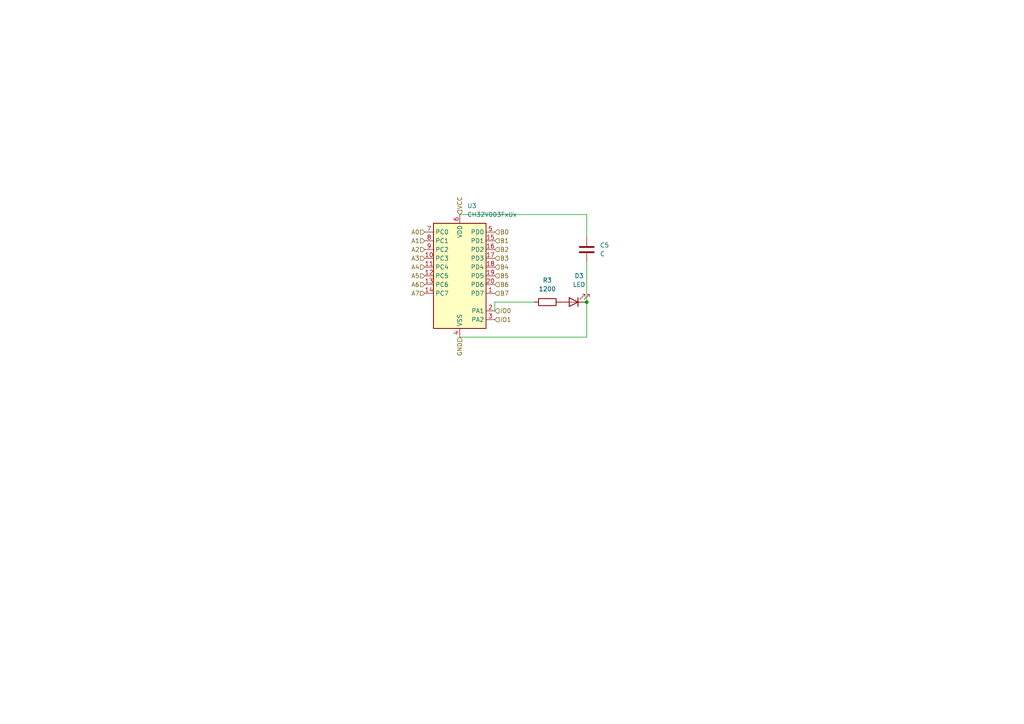
<source format=kicad_sch>
(kicad_sch
	(version 20250114)
	(generator "eeschema")
	(generator_version "9.0")
	(uuid "44c3ebf8-9d07-45f2-a85d-02ec180ec470")
	(paper "A4")
	(lib_symbols
		(symbol "Device:C"
			(pin_numbers
				(hide yes)
			)
			(pin_names
				(offset 0.254)
			)
			(exclude_from_sim no)
			(in_bom yes)
			(on_board yes)
			(property "Reference" "C"
				(at 0.635 2.54 0)
				(effects
					(font
						(size 1.27 1.27)
					)
					(justify left)
				)
			)
			(property "Value" "C"
				(at 0.635 -2.54 0)
				(effects
					(font
						(size 1.27 1.27)
					)
					(justify left)
				)
			)
			(property "Footprint" ""
				(at 0.9652 -3.81 0)
				(effects
					(font
						(size 1.27 1.27)
					)
					(hide yes)
				)
			)
			(property "Datasheet" "~"
				(at 0 0 0)
				(effects
					(font
						(size 1.27 1.27)
					)
					(hide yes)
				)
			)
			(property "Description" "Unpolarized capacitor"
				(at 0 0 0)
				(effects
					(font
						(size 1.27 1.27)
					)
					(hide yes)
				)
			)
			(property "ki_keywords" "cap capacitor"
				(at 0 0 0)
				(effects
					(font
						(size 1.27 1.27)
					)
					(hide yes)
				)
			)
			(property "ki_fp_filters" "C_*"
				(at 0 0 0)
				(effects
					(font
						(size 1.27 1.27)
					)
					(hide yes)
				)
			)
			(symbol "C_0_1"
				(polyline
					(pts
						(xy -2.032 0.762) (xy 2.032 0.762)
					)
					(stroke
						(width 0.508)
						(type default)
					)
					(fill
						(type none)
					)
				)
				(polyline
					(pts
						(xy -2.032 -0.762) (xy 2.032 -0.762)
					)
					(stroke
						(width 0.508)
						(type default)
					)
					(fill
						(type none)
					)
				)
			)
			(symbol "C_1_1"
				(pin passive line
					(at 0 3.81 270)
					(length 2.794)
					(name "~"
						(effects
							(font
								(size 1.27 1.27)
							)
						)
					)
					(number "1"
						(effects
							(font
								(size 1.27 1.27)
							)
						)
					)
				)
				(pin passive line
					(at 0 -3.81 90)
					(length 2.794)
					(name "~"
						(effects
							(font
								(size 1.27 1.27)
							)
						)
					)
					(number "2"
						(effects
							(font
								(size 1.27 1.27)
							)
						)
					)
				)
			)
			(embedded_fonts no)
		)
		(symbol "Device:LED"
			(pin_numbers
				(hide yes)
			)
			(pin_names
				(offset 1.016)
				(hide yes)
			)
			(exclude_from_sim no)
			(in_bom yes)
			(on_board yes)
			(property "Reference" "D"
				(at 0 2.54 0)
				(effects
					(font
						(size 1.27 1.27)
					)
				)
			)
			(property "Value" "LED"
				(at 0 -2.54 0)
				(effects
					(font
						(size 1.27 1.27)
					)
				)
			)
			(property "Footprint" ""
				(at 0 0 0)
				(effects
					(font
						(size 1.27 1.27)
					)
					(hide yes)
				)
			)
			(property "Datasheet" "~"
				(at 0 0 0)
				(effects
					(font
						(size 1.27 1.27)
					)
					(hide yes)
				)
			)
			(property "Description" "Light emitting diode"
				(at 0 0 0)
				(effects
					(font
						(size 1.27 1.27)
					)
					(hide yes)
				)
			)
			(property "Sim.Pins" "1=K 2=A"
				(at 0 0 0)
				(effects
					(font
						(size 1.27 1.27)
					)
					(hide yes)
				)
			)
			(property "ki_keywords" "LED diode"
				(at 0 0 0)
				(effects
					(font
						(size 1.27 1.27)
					)
					(hide yes)
				)
			)
			(property "ki_fp_filters" "LED* LED_SMD:* LED_THT:*"
				(at 0 0 0)
				(effects
					(font
						(size 1.27 1.27)
					)
					(hide yes)
				)
			)
			(symbol "LED_0_1"
				(polyline
					(pts
						(xy -3.048 -0.762) (xy -4.572 -2.286) (xy -3.81 -2.286) (xy -4.572 -2.286) (xy -4.572 -1.524)
					)
					(stroke
						(width 0)
						(type default)
					)
					(fill
						(type none)
					)
				)
				(polyline
					(pts
						(xy -1.778 -0.762) (xy -3.302 -2.286) (xy -2.54 -2.286) (xy -3.302 -2.286) (xy -3.302 -1.524)
					)
					(stroke
						(width 0)
						(type default)
					)
					(fill
						(type none)
					)
				)
				(polyline
					(pts
						(xy -1.27 0) (xy 1.27 0)
					)
					(stroke
						(width 0)
						(type default)
					)
					(fill
						(type none)
					)
				)
				(polyline
					(pts
						(xy -1.27 -1.27) (xy -1.27 1.27)
					)
					(stroke
						(width 0.254)
						(type default)
					)
					(fill
						(type none)
					)
				)
				(polyline
					(pts
						(xy 1.27 -1.27) (xy 1.27 1.27) (xy -1.27 0) (xy 1.27 -1.27)
					)
					(stroke
						(width 0.254)
						(type default)
					)
					(fill
						(type none)
					)
				)
			)
			(symbol "LED_1_1"
				(pin passive line
					(at -3.81 0 0)
					(length 2.54)
					(name "K"
						(effects
							(font
								(size 1.27 1.27)
							)
						)
					)
					(number "1"
						(effects
							(font
								(size 1.27 1.27)
							)
						)
					)
				)
				(pin passive line
					(at 3.81 0 180)
					(length 2.54)
					(name "A"
						(effects
							(font
								(size 1.27 1.27)
							)
						)
					)
					(number "2"
						(effects
							(font
								(size 1.27 1.27)
							)
						)
					)
				)
			)
			(embedded_fonts no)
		)
		(symbol "Device:R"
			(pin_numbers
				(hide yes)
			)
			(pin_names
				(offset 0)
			)
			(exclude_from_sim no)
			(in_bom yes)
			(on_board yes)
			(property "Reference" "R"
				(at 2.032 0 90)
				(effects
					(font
						(size 1.27 1.27)
					)
				)
			)
			(property "Value" "R"
				(at 0 0 90)
				(effects
					(font
						(size 1.27 1.27)
					)
				)
			)
			(property "Footprint" ""
				(at -1.778 0 90)
				(effects
					(font
						(size 1.27 1.27)
					)
					(hide yes)
				)
			)
			(property "Datasheet" "~"
				(at 0 0 0)
				(effects
					(font
						(size 1.27 1.27)
					)
					(hide yes)
				)
			)
			(property "Description" "Resistor"
				(at 0 0 0)
				(effects
					(font
						(size 1.27 1.27)
					)
					(hide yes)
				)
			)
			(property "ki_keywords" "R res resistor"
				(at 0 0 0)
				(effects
					(font
						(size 1.27 1.27)
					)
					(hide yes)
				)
			)
			(property "ki_fp_filters" "R_*"
				(at 0 0 0)
				(effects
					(font
						(size 1.27 1.27)
					)
					(hide yes)
				)
			)
			(symbol "R_0_1"
				(rectangle
					(start -1.016 -2.54)
					(end 1.016 2.54)
					(stroke
						(width 0.254)
						(type default)
					)
					(fill
						(type none)
					)
				)
			)
			(symbol "R_1_1"
				(pin passive line
					(at 0 3.81 270)
					(length 1.27)
					(name "~"
						(effects
							(font
								(size 1.27 1.27)
							)
						)
					)
					(number "1"
						(effects
							(font
								(size 1.27 1.27)
							)
						)
					)
				)
				(pin passive line
					(at 0 -3.81 90)
					(length 1.27)
					(name "~"
						(effects
							(font
								(size 1.27 1.27)
							)
						)
					)
					(number "2"
						(effects
							(font
								(size 1.27 1.27)
							)
						)
					)
				)
			)
			(embedded_fonts no)
		)
		(symbol "MCU_WCH_CH32V0:CH32V003FxUx"
			(exclude_from_sim no)
			(in_bom yes)
			(on_board yes)
			(property "Reference" "U"
				(at -7.62 17.78 0)
				(effects
					(font
						(size 1.27 1.27)
					)
				)
			)
			(property "Value" "CH32V003FxUx"
				(at 7.62 17.78 0)
				(effects
					(font
						(size 1.27 1.27)
					)
				)
			)
			(property "Footprint" "Package_DFN_QFN:QFN-20-1EP_3x3mm_P0.4mm_EP1.65x1.65mm"
				(at -1.27 0 0)
				(effects
					(font
						(size 1.27 1.27)
					)
					(hide yes)
				)
			)
			(property "Datasheet" "https://www.wch-ic.com/products/CH32V003.html"
				(at -1.27 0 0)
				(effects
					(font
						(size 1.27 1.27)
					)
					(hide yes)
				)
			)
			(property "Description" "CH32V003 series are industrial-grade general-purpose microcontrollers designed based on 32-bit RISC-V instruction set and architecture. It adopts QingKe V2A core, RV32EC instruction set, and supports 2 levels of interrupt nesting. The series are mounted with rich peripheral interfaces and function modules. Its internal organizational structure meets the low-cost and low-power embedded application scenarios."
				(at 0 0 0)
				(effects
					(font
						(size 1.27 1.27)
					)
					(hide yes)
				)
			)
			(property "ki_keywords" "microcontroller wch RISC-V"
				(at 0 0 0)
				(effects
					(font
						(size 1.27 1.27)
					)
					(hide yes)
				)
			)
			(property "ki_fp_filters" "QFN*1EP*3x3mm*P0.4mm*EP1.65x1.65mm*"
				(at 0 0 0)
				(effects
					(font
						(size 1.27 1.27)
					)
					(hide yes)
				)
			)
			(symbol "CH32V003FxUx_1_1"
				(rectangle
					(start -7.62 15.24)
					(end 7.62 -15.24)
					(stroke
						(width 0.254)
						(type default)
					)
					(fill
						(type background)
					)
				)
				(pin bidirectional line
					(at -10.16 12.7 0)
					(length 2.54)
					(name "PC0"
						(effects
							(font
								(size 1.27 1.27)
							)
						)
					)
					(number "7"
						(effects
							(font
								(size 1.27 1.27)
							)
						)
					)
					(alternate "NSS_1" bidirectional line)
					(alternate "T1CH3_1" bidirectional line)
					(alternate "T2CH3" bidirectional line)
					(alternate "T2CH3_2" bidirectional line)
					(alternate "UTX_3" bidirectional line)
				)
				(pin bidirectional line
					(at -10.16 10.16 0)
					(length 2.54)
					(name "PC1"
						(effects
							(font
								(size 1.27 1.27)
							)
						)
					)
					(number "8"
						(effects
							(font
								(size 1.27 1.27)
							)
						)
					)
					(alternate "NSS" bidirectional line)
					(alternate "SDA" bidirectional line)
					(alternate "T1BKIN_1" bidirectional line)
					(alternate "T1BKIN_3" bidirectional line)
					(alternate "T2CH1ETR_2" bidirectional line)
					(alternate "T2CH1ETR_3" bidirectional line)
					(alternate "T2CH4_1" bidirectional line)
					(alternate "URX_3" bidirectional line)
				)
				(pin bidirectional line
					(at -10.16 7.62 0)
					(length 2.54)
					(name "PC2"
						(effects
							(font
								(size 1.27 1.27)
							)
						)
					)
					(number "9"
						(effects
							(font
								(size 1.27 1.27)
							)
						)
					)
					(alternate "AETR_1" bidirectional line)
					(alternate "SCL" bidirectional line)
					(alternate "T1BKIN" bidirectional line)
					(alternate "T1BKIN_2" bidirectional line)
					(alternate "T1ETR_3" bidirectional line)
					(alternate "T2CH2_1" bidirectional line)
					(alternate "URTS" bidirectional line)
					(alternate "URTS_1" bidirectional line)
				)
				(pin bidirectional line
					(at -10.16 5.08 0)
					(length 2.54)
					(name "PC3"
						(effects
							(font
								(size 1.27 1.27)
							)
						)
					)
					(number "10"
						(effects
							(font
								(size 1.27 1.27)
							)
						)
					)
					(alternate "T1CH1N_1" bidirectional line)
					(alternate "T1CH1N_3" bidirectional line)
					(alternate "T1CH3" bidirectional line)
					(alternate "T1CH3_2" bidirectional line)
					(alternate "UCTS_1" bidirectional line)
				)
				(pin bidirectional line
					(at -10.16 2.54 0)
					(length 2.54)
					(name "PC4"
						(effects
							(font
								(size 1.27 1.27)
							)
						)
					)
					(number "11"
						(effects
							(font
								(size 1.27 1.27)
							)
						)
					)
					(alternate "A2" bidirectional line)
					(alternate "MCO" bidirectional line)
					(alternate "T1CH1_3" bidirectional line)
					(alternate "T1CH2N_1" bidirectional line)
					(alternate "T1CH4" bidirectional line)
					(alternate "T1CH4_2" bidirectional line)
				)
				(pin bidirectional line
					(at -10.16 0 0)
					(length 2.54)
					(name "PC5"
						(effects
							(font
								(size 1.27 1.27)
							)
						)
					)
					(number "12"
						(effects
							(font
								(size 1.27 1.27)
							)
						)
					)
					(alternate "SCK" bidirectional line)
					(alternate "SCK_1" bidirectional line)
					(alternate "SCL_2" bidirectional line)
					(alternate "SCL_3" bidirectional line)
					(alternate "T1CH3_3" bidirectional line)
					(alternate "T1ETR" bidirectional line)
					(alternate "T1ETR_1" bidirectional line)
					(alternate "T2CH1ETR_1" bidirectional line)
					(alternate "UCK_3" bidirectional line)
				)
				(pin bidirectional line
					(at -10.16 -2.54 0)
					(length 2.54)
					(name "PC6"
						(effects
							(font
								(size 1.27 1.27)
							)
						)
					)
					(number "13"
						(effects
							(font
								(size 1.27 1.27)
							)
						)
					)
					(alternate "MOSI" bidirectional line)
					(alternate "MOSI_1" bidirectional line)
					(alternate "SDA_2" bidirectional line)
					(alternate "SDA_3" bidirectional line)
					(alternate "T1CH1_1" bidirectional line)
					(alternate "T1CH3N_3" bidirectional line)
					(alternate "UCTS_2" bidirectional line)
					(alternate "UCTS_3" bidirectional line)
				)
				(pin bidirectional line
					(at -10.16 -5.08 0)
					(length 2.54)
					(name "PC7"
						(effects
							(font
								(size 1.27 1.27)
							)
						)
					)
					(number "14"
						(effects
							(font
								(size 1.27 1.27)
							)
						)
					)
					(alternate "MISO" bidirectional line)
					(alternate "MISO_1" bidirectional line)
					(alternate "T1CH2_1" bidirectional line)
					(alternate "T1CH2_3" bidirectional line)
					(alternate "T2CH2_3" bidirectional line)
					(alternate "URTS_2" bidirectional line)
					(alternate "URTS_3" bidirectional line)
				)
				(pin power_in line
					(at 0 17.78 270)
					(length 2.54)
					(name "VDD"
						(effects
							(font
								(size 1.27 1.27)
							)
						)
					)
					(number "6"
						(effects
							(font
								(size 1.27 1.27)
							)
						)
					)
				)
				(pin passive line
					(at 0 -17.78 90)
					(length 2.54)
					(hide yes)
					(name "VSS"
						(effects
							(font
								(size 1.27 1.27)
							)
						)
					)
					(number "21"
						(effects
							(font
								(size 1.27 1.27)
							)
						)
					)
				)
				(pin power_in line
					(at 0 -17.78 90)
					(length 2.54)
					(name "VSS"
						(effects
							(font
								(size 1.27 1.27)
							)
						)
					)
					(number "4"
						(effects
							(font
								(size 1.27 1.27)
							)
						)
					)
				)
				(pin bidirectional line
					(at 10.16 12.7 180)
					(length 2.54)
					(name "PD0"
						(effects
							(font
								(size 1.27 1.27)
							)
						)
					)
					(number "5"
						(effects
							(font
								(size 1.27 1.27)
							)
						)
					)
					(alternate "OPN1" bidirectional line)
					(alternate "SDA_1" bidirectional line)
					(alternate "TICH1N" bidirectional line)
					(alternate "TICH1N_2" bidirectional line)
					(alternate "UTX_1" bidirectional line)
				)
				(pin bidirectional line
					(at 10.16 10.16 180)
					(length 2.54)
					(name "PD1"
						(effects
							(font
								(size 1.27 1.27)
							)
						)
					)
					(number "15"
						(effects
							(font
								(size 1.27 1.27)
							)
						)
					)
					(alternate "AETR2" bidirectional line)
					(alternate "SCL_1" bidirectional line)
					(alternate "SWIO" bidirectional line)
					(alternate "T1CH3N" bidirectional line)
					(alternate "T1CH3N_1" bidirectional line)
					(alternate "T1CH3N_2" bidirectional line)
					(alternate "URX_1" bidirectional line)
				)
				(pin bidirectional line
					(at 10.16 7.62 180)
					(length 2.54)
					(name "PD2"
						(effects
							(font
								(size 1.27 1.27)
							)
						)
					)
					(number "16"
						(effects
							(font
								(size 1.27 1.27)
							)
						)
					)
					(alternate "A3" bidirectional line)
					(alternate "T1CH1" bidirectional line)
					(alternate "T1CH1_2" bidirectional line)
					(alternate "T1CH2N_3" bidirectional line)
					(alternate "T2CH3_1" bidirectional line)
				)
				(pin bidirectional line
					(at 10.16 5.08 180)
					(length 2.54)
					(name "PD3"
						(effects
							(font
								(size 1.27 1.27)
							)
						)
					)
					(number "17"
						(effects
							(font
								(size 1.27 1.27)
							)
						)
					)
					(alternate "A4" bidirectional line)
					(alternate "AETR" bidirectional line)
					(alternate "T1CH4_1" bidirectional line)
					(alternate "T2CH2" bidirectional line)
					(alternate "T2CH2_2" bidirectional line)
					(alternate "UCTS" bidirectional line)
				)
				(pin bidirectional line
					(at 10.16 2.54 180)
					(length 2.54)
					(name "PD4"
						(effects
							(font
								(size 1.27 1.27)
							)
						)
					)
					(number "18"
						(effects
							(font
								(size 1.27 1.27)
							)
						)
					)
					(alternate "A7" bidirectional line)
					(alternate "OPO" bidirectional line)
					(alternate "T1CH4_3" bidirectional line)
					(alternate "T2CH1ETR" bidirectional line)
					(alternate "TIETR_2" bidirectional line)
					(alternate "UCK" bidirectional line)
				)
				(pin bidirectional line
					(at 10.16 0 180)
					(length 2.54)
					(name "PD5"
						(effects
							(font
								(size 1.27 1.27)
							)
						)
					)
					(number "19"
						(effects
							(font
								(size 1.27 1.27)
							)
						)
					)
					(alternate "A5" bidirectional line)
					(alternate "T2CH4_3" bidirectional line)
					(alternate "URX_2" bidirectional line)
					(alternate "UTX" bidirectional line)
				)
				(pin bidirectional line
					(at 10.16 -2.54 180)
					(length 2.54)
					(name "PD6"
						(effects
							(font
								(size 1.27 1.27)
							)
						)
					)
					(number "20"
						(effects
							(font
								(size 1.27 1.27)
							)
						)
					)
					(alternate "A6" bidirectional line)
					(alternate "T2CH3_3" bidirectional line)
					(alternate "URX" bidirectional line)
					(alternate "UTX_2" bidirectional line)
				)
				(pin bidirectional line
					(at 10.16 -5.08 180)
					(length 2.54)
					(name "PD7"
						(effects
							(font
								(size 1.27 1.27)
							)
						)
					)
					(number "1"
						(effects
							(font
								(size 1.27 1.27)
							)
						)
					)
					(alternate "NRST" bidirectional line)
					(alternate "OPP1" bidirectional line)
					(alternate "T2CH4" bidirectional line)
					(alternate "T2CH4_2" bidirectional line)
					(alternate "UCK_1" bidirectional line)
					(alternate "UCK_2" bidirectional line)
				)
				(pin bidirectional line
					(at 10.16 -10.16 180)
					(length 2.54)
					(name "PA1"
						(effects
							(font
								(size 1.27 1.27)
							)
						)
					)
					(number "2"
						(effects
							(font
								(size 1.27 1.27)
							)
						)
					)
					(alternate "A1" bidirectional line)
					(alternate "OPN0" bidirectional line)
					(alternate "OSCI" bidirectional line)
					(alternate "T1CH2" bidirectional line)
					(alternate "T1CH2_2" bidirectional line)
				)
				(pin bidirectional line
					(at 10.16 -12.7 180)
					(length 2.54)
					(name "PA2"
						(effects
							(font
								(size 1.27 1.27)
							)
						)
					)
					(number "3"
						(effects
							(font
								(size 1.27 1.27)
							)
						)
					)
					(alternate "A0" bidirectional line)
					(alternate "AETR2_1" bidirectional line)
					(alternate "OPP0" bidirectional line)
					(alternate "OSCO" bidirectional line)
					(alternate "TICH2N" bidirectional line)
					(alternate "TICH2N_2" bidirectional line)
				)
			)
			(embedded_fonts no)
		)
	)
	(junction
		(at 170.18 87.63)
		(diameter 0)
		(color 0 0 0 0)
		(uuid "7d3174fd-34e3-41f6-936b-58f75ff5c5b4")
	)
	(wire
		(pts
			(xy 170.18 76.2) (xy 170.18 87.63)
		)
		(stroke
			(width 0)
			(type default)
		)
		(uuid "3505a0b0-0af5-425d-9f9f-cee099a60978")
	)
	(wire
		(pts
			(xy 170.18 87.63) (xy 170.18 97.79)
		)
		(stroke
			(width 0)
			(type default)
		)
		(uuid "b471ebaf-669b-4737-b8f2-e7c360953929")
	)
	(wire
		(pts
			(xy 170.18 68.58) (xy 170.18 62.23)
		)
		(stroke
			(width 0)
			(type default)
		)
		(uuid "ba4d055c-6e69-4da0-8f8c-a9771f1cd1fc")
	)
	(wire
		(pts
			(xy 170.18 62.23) (xy 133.35 62.23)
		)
		(stroke
			(width 0)
			(type default)
		)
		(uuid "c27f750d-8a0e-4c1d-a5b6-ef68a0d55649")
	)
	(wire
		(pts
			(xy 154.94 87.63) (xy 143.51 87.63)
		)
		(stroke
			(width 0)
			(type default)
		)
		(uuid "cde0e6f0-ee81-40e2-bcf9-72f39cb3ab78")
	)
	(wire
		(pts
			(xy 143.51 87.63) (xy 143.51 90.17)
		)
		(stroke
			(width 0)
			(type default)
		)
		(uuid "de4ebc52-a9e9-4bca-ab53-b37deb5b6612")
	)
	(wire
		(pts
			(xy 170.18 97.79) (xy 133.35 97.79)
		)
		(stroke
			(width 0)
			(type default)
		)
		(uuid "dfde3402-f521-4dac-9ba1-d18f7fa566b5")
	)
	(hierarchical_label "B6"
		(shape input)
		(at 143.51 82.55 0)
		(effects
			(font
				(size 1.27 1.27)
			)
			(justify left)
		)
		(uuid "01914ecc-e766-4f80-94a7-0d8c95ab4af3")
	)
	(hierarchical_label "IO1"
		(shape input)
		(at 143.51 92.71 0)
		(effects
			(font
				(size 1.27 1.27)
			)
			(justify left)
		)
		(uuid "1464c562-17a1-4ce3-bd96-fd6c096f9271")
	)
	(hierarchical_label "B4"
		(shape input)
		(at 143.51 77.47 0)
		(effects
			(font
				(size 1.27 1.27)
			)
			(justify left)
		)
		(uuid "14e9f072-215b-4e3b-9a36-2226e28f0f25")
	)
	(hierarchical_label "VCC"
		(shape input)
		(at 133.35 62.23 90)
		(effects
			(font
				(size 1.27 1.27)
			)
			(justify left)
		)
		(uuid "18d48d7d-a61f-4fe5-9be9-e81231930f1c")
	)
	(hierarchical_label "A2"
		(shape input)
		(at 123.19 72.39 180)
		(effects
			(font
				(size 1.27 1.27)
			)
			(justify right)
		)
		(uuid "1fa5e400-5036-4b96-b19e-b9c7ebb42f4c")
	)
	(hierarchical_label "B7"
		(shape input)
		(at 143.51 85.09 0)
		(effects
			(font
				(size 1.27 1.27)
			)
			(justify left)
		)
		(uuid "221e73f0-59b2-45fd-a03e-76c82faab6be")
	)
	(hierarchical_label "A0"
		(shape input)
		(at 123.19 67.31 180)
		(effects
			(font
				(size 1.27 1.27)
			)
			(justify right)
		)
		(uuid "30ed4b78-20ac-45a8-bf16-73a1cdb61d2a")
	)
	(hierarchical_label "A7"
		(shape input)
		(at 123.19 85.09 180)
		(effects
			(font
				(size 1.27 1.27)
			)
			(justify right)
		)
		(uuid "4d118416-1d0f-46ac-bef0-e64f85886a07")
	)
	(hierarchical_label "B3"
		(shape input)
		(at 143.51 74.93 0)
		(effects
			(font
				(size 1.27 1.27)
			)
			(justify left)
		)
		(uuid "5c7d9db6-7b3e-4943-a3a2-e2da32223b3d")
	)
	(hierarchical_label "B2"
		(shape input)
		(at 143.51 72.39 0)
		(effects
			(font
				(size 1.27 1.27)
			)
			(justify left)
		)
		(uuid "62bec5bf-3355-4125-96cb-807fbe281403")
	)
	(hierarchical_label "B5"
		(shape input)
		(at 143.51 80.01 0)
		(effects
			(font
				(size 1.27 1.27)
			)
			(justify left)
		)
		(uuid "71e093ef-34af-439b-b617-8344cbd265a0")
	)
	(hierarchical_label "B1"
		(shape input)
		(at 143.51 69.85 0)
		(effects
			(font
				(size 1.27 1.27)
			)
			(justify left)
		)
		(uuid "9828202c-1bcb-4c9b-8c6d-cf653b5c4132")
	)
	(hierarchical_label "GND"
		(shape input)
		(at 133.35 97.79 270)
		(effects
			(font
				(size 1.27 1.27)
			)
			(justify right)
		)
		(uuid "a01963b2-069b-4181-8b73-8887e03fa324")
	)
	(hierarchical_label "B0"
		(shape input)
		(at 143.51 67.31 0)
		(effects
			(font
				(size 1.27 1.27)
			)
			(justify left)
		)
		(uuid "a25e9576-55c2-4ea9-8a99-be11da3cb4af")
	)
	(hierarchical_label "IO0"
		(shape input)
		(at 143.51 90.17 0)
		(effects
			(font
				(size 1.27 1.27)
			)
			(justify left)
		)
		(uuid "bf1fda98-a42b-4616-8f60-114a94b247f1")
	)
	(hierarchical_label "A6"
		(shape input)
		(at 123.19 82.55 180)
		(effects
			(font
				(size 1.27 1.27)
			)
			(justify right)
		)
		(uuid "c9751d15-ffe1-475b-be11-3826b4a2e8a5")
	)
	(hierarchical_label "A5"
		(shape input)
		(at 123.19 80.01 180)
		(effects
			(font
				(size 1.27 1.27)
			)
			(justify right)
		)
		(uuid "e91840ed-1f74-4938-b0a8-12d2245ea602")
	)
	(hierarchical_label "A1"
		(shape input)
		(at 123.19 69.85 180)
		(effects
			(font
				(size 1.27 1.27)
			)
			(justify right)
		)
		(uuid "eb917acc-e721-4acb-9705-09566cd98464")
	)
	(hierarchical_label "A4"
		(shape input)
		(at 123.19 77.47 180)
		(effects
			(font
				(size 1.27 1.27)
			)
			(justify right)
		)
		(uuid "f052b886-82b0-4607-8a1c-ff96dc10328e")
	)
	(hierarchical_label "A3"
		(shape input)
		(at 123.19 74.93 180)
		(effects
			(font
				(size 1.27 1.27)
			)
			(justify right)
		)
		(uuid "f184a26e-fe40-4549-8ab3-8435782c109b")
	)
	(symbol
		(lib_id "Device:LED")
		(at 166.37 87.63 180)
		(unit 1)
		(exclude_from_sim no)
		(in_bom yes)
		(on_board yes)
		(dnp no)
		(fields_autoplaced yes)
		(uuid "55b33a35-c57d-4ca9-8784-1063935187cb")
		(property "Reference" "D16"
			(at 167.9575 80.01 0)
			(effects
				(font
					(size 1.27 1.27)
				)
			)
		)
		(property "Value" "LED"
			(at 167.9575 82.55 0)
			(effects
				(font
					(size 1.27 1.27)
				)
			)
		)
		(property "Footprint" "Basics:LED_0402_1005Metric"
			(at 166.37 87.63 0)
			(effects
				(font
					(size 1.27 1.27)
				)
				(hide yes)
			)
		)
		(property "Datasheet" "~"
			(at 166.37 87.63 0)
			(effects
				(font
					(size 1.27 1.27)
				)
				(hide yes)
			)
		)
		(property "Description" "Light emitting diode"
			(at 166.37 87.63 0)
			(effects
				(font
					(size 1.27 1.27)
				)
				(hide yes)
			)
		)
		(property "Sim.Pins" "1=K 2=A"
			(at 166.37 87.63 0)
			(effects
				(font
					(size 1.27 1.27)
				)
				(hide yes)
			)
		)
		(pin "1"
			(uuid "ed8a0d56-4e81-402e-8620-8cc7820fb4cf")
		)
		(pin "2"
			(uuid "7c6cba95-088f-4d4b-94ab-513fa69fce92")
		)
		(instances
			(project "clustercard16"
				(path "/5bc96090-3698-476b-b605-12718a715360/023f5578-5fdf-4ac9-bb6f-640a04ea3b7f"
					(reference "D3")
					(unit 1)
				)
				(path "/5bc96090-3698-476b-b605-12718a715360/0364d864-f4ab-4253-914e-bf6d522812b9"
					(reference "D6")
					(unit 1)
				)
				(path "/5bc96090-3698-476b-b605-12718a715360/04eab6a1-414a-4ead-b96f-d305f425f048"
					(reference "D10")
					(unit 1)
				)
				(path "/5bc96090-3698-476b-b605-12718a715360/460bfa49-9e19-4aa7-9f12-eddb3b613ff4"
					(reference "D7")
					(unit 1)
				)
				(path "/5bc96090-3698-476b-b605-12718a715360/46cfc77b-734c-4352-baaf-6aa0db267156"
					(reference "D8")
					(unit 1)
				)
				(path "/5bc96090-3698-476b-b605-12718a715360/483ff883-2036-4528-8172-373310ca43a8"
					(reference "D13")
					(unit 1)
				)
				(path "/5bc96090-3698-476b-b605-12718a715360/4d226e96-cb30-4cd0-9364-0c73ff1b966e"
					(reference "D14")
					(unit 1)
				)
				(path "/5bc96090-3698-476b-b605-12718a715360/50d2ee1b-399c-43b4-86c8-9c420a3ba33e"
					(reference "D15")
					(unit 1)
				)
				(path "/5bc96090-3698-476b-b605-12718a715360/61801641-efaf-431f-b9bc-5a273e2e5782"
					(reference "D1")
					(unit 1)
				)
				(path "/5bc96090-3698-476b-b605-12718a715360/6a27d3c0-c120-46e7-bb32-c35d592fadcd"
					(reference "D12")
					(unit 1)
				)
				(path "/5bc96090-3698-476b-b605-12718a715360/6f8dbd6b-39d3-4b81-bc7e-6b90d7876b09"
					(reference "D5")
					(unit 1)
				)
				(path "/5bc96090-3698-476b-b605-12718a715360/713d2c09-71c0-46cd-81d1-af32f263e5df"
					(reference "D2")
					(unit 1)
				)
				(path "/5bc96090-3698-476b-b605-12718a715360/74cae4f3-b240-475e-a17b-73559e91b0ad"
					(reference "D4")
					(unit 1)
				)
				(path "/5bc96090-3698-476b-b605-12718a715360/77bbd5e5-0950-4fa1-baa1-f0d31f18f906"
					(reference "D11")
					(unit 1)
				)
				(path "/5bc96090-3698-476b-b605-12718a715360/d14c1946-701a-4c9f-ab11-3530f3b0a043"
					(reference "D9")
					(unit 1)
				)
				(path "/5bc96090-3698-476b-b605-12718a715360/f229f796-019d-471a-a9bf-e0520eea8de9"
					(reference "D16")
					(unit 1)
				)
			)
		)
	)
	(symbol
		(lib_id "Device:C")
		(at 170.18 72.39 0)
		(unit 1)
		(exclude_from_sim no)
		(in_bom yes)
		(on_board yes)
		(dnp no)
		(fields_autoplaced yes)
		(uuid "6c6b69b2-62af-4376-a798-a4bdfaafdf75")
		(property "Reference" "C2"
			(at 173.99 71.1199 0)
			(effects
				(font
					(size 1.27 1.27)
				)
				(justify left)
			)
		)
		(property "Value" "C"
			(at 173.99 73.6599 0)
			(effects
				(font
					(size 1.27 1.27)
				)
				(justify left)
			)
		)
		(property "Footprint" "Basics:C_0402_1005Metric"
			(at 171.1452 76.2 0)
			(effects
				(font
					(size 1.27 1.27)
				)
				(hide yes)
			)
		)
		(property "Datasheet" "~"
			(at 170.18 72.39 0)
			(effects
				(font
					(size 1.27 1.27)
				)
				(hide yes)
			)
		)
		(property "Description" "Unpolarized capacitor"
			(at 170.18 72.39 0)
			(effects
				(font
					(size 1.27 1.27)
				)
				(hide yes)
			)
		)
		(pin "1"
			(uuid "ffba1eb6-12f8-44a9-89bb-ce227d84ac9e")
		)
		(pin "2"
			(uuid "4150b36c-7ebb-4054-8543-b016b47e6031")
		)
		(instances
			(project ""
				(path "/5bc96090-3698-476b-b605-12718a715360/023f5578-5fdf-4ac9-bb6f-640a04ea3b7f"
					(reference "C5")
					(unit 1)
				)
				(path "/5bc96090-3698-476b-b605-12718a715360/0364d864-f4ab-4253-914e-bf6d522812b9"
					(reference "C8")
					(unit 1)
				)
				(path "/5bc96090-3698-476b-b605-12718a715360/04eab6a1-414a-4ead-b96f-d305f425f048"
					(reference "C12")
					(unit 1)
				)
				(path "/5bc96090-3698-476b-b605-12718a715360/460bfa49-9e19-4aa7-9f12-eddb3b613ff4"
					(reference "C9")
					(unit 1)
				)
				(path "/5bc96090-3698-476b-b605-12718a715360/46cfc77b-734c-4352-baaf-6aa0db267156"
					(reference "C10")
					(unit 1)
				)
				(path "/5bc96090-3698-476b-b605-12718a715360/483ff883-2036-4528-8172-373310ca43a8"
					(reference "C15")
					(unit 1)
				)
				(path "/5bc96090-3698-476b-b605-12718a715360/4d226e96-cb30-4cd0-9364-0c73ff1b966e"
					(reference "C16")
					(unit 1)
				)
				(path "/5bc96090-3698-476b-b605-12718a715360/50d2ee1b-399c-43b4-86c8-9c420a3ba33e"
					(reference "C17")
					(unit 1)
				)
				(path "/5bc96090-3698-476b-b605-12718a715360/61801641-efaf-431f-b9bc-5a273e2e5782"
					(reference "C3")
					(unit 1)
				)
				(path "/5bc96090-3698-476b-b605-12718a715360/6a27d3c0-c120-46e7-bb32-c35d592fadcd"
					(reference "C14")
					(unit 1)
				)
				(path "/5bc96090-3698-476b-b605-12718a715360/6f8dbd6b-39d3-4b81-bc7e-6b90d7876b09"
					(reference "C7")
					(unit 1)
				)
				(path "/5bc96090-3698-476b-b605-12718a715360/713d2c09-71c0-46cd-81d1-af32f263e5df"
					(reference "C4")
					(unit 1)
				)
				(path "/5bc96090-3698-476b-b605-12718a715360/74cae4f3-b240-475e-a17b-73559e91b0ad"
					(reference "C6")
					(unit 1)
				)
				(path "/5bc96090-3698-476b-b605-12718a715360/77bbd5e5-0950-4fa1-baa1-f0d31f18f906"
					(reference "C13")
					(unit 1)
				)
				(path "/5bc96090-3698-476b-b605-12718a715360/d14c1946-701a-4c9f-ab11-3530f3b0a043"
					(reference "C11")
					(unit 1)
				)
				(path "/5bc96090-3698-476b-b605-12718a715360/f229f796-019d-471a-a9bf-e0520eea8de9"
					(reference "C2")
					(unit 1)
				)
			)
		)
	)
	(symbol
		(lib_id "MCU_WCH_CH32V0:CH32V003FxUx")
		(at 133.35 80.01 0)
		(unit 1)
		(exclude_from_sim no)
		(in_bom yes)
		(on_board yes)
		(dnp no)
		(fields_autoplaced yes)
		(uuid "951ad6db-faf4-4567-8e9d-c0c571863ad6")
		(property "Reference" "U16"
			(at 135.4933 59.69 0)
			(effects
				(font
					(size 1.27 1.27)
				)
				(justify left)
			)
		)
		(property "Value" "CH32V003FxUx"
			(at 135.4933 62.23 0)
			(effects
				(font
					(size 1.27 1.27)
				)
				(justify left)
			)
		)
		(property "Footprint" "Basics:QFN-20-1EP_3x3mm_P0.4mm_EP1.65x1.65mm_min"
			(at 132.08 80.01 0)
			(effects
				(font
					(size 1.27 1.27)
				)
				(hide yes)
			)
		)
		(property "Datasheet" "https://www.wch-ic.com/products/CH32V003.html"
			(at 132.08 80.01 0)
			(effects
				(font
					(size 1.27 1.27)
				)
				(hide yes)
			)
		)
		(property "Description" "CH32V003 series are industrial-grade general-purpose microcontrollers designed based on 32-bit RISC-V instruction set and architecture. It adopts QingKe V2A core, RV32EC instruction set, and supports 2 levels of interrupt nesting. The series are mounted with rich peripheral interfaces and function modules. Its internal organizational structure meets the low-cost and low-power embedded application scenarios."
			(at 133.35 80.01 0)
			(effects
				(font
					(size 1.27 1.27)
				)
				(hide yes)
			)
		)
		(pin "16"
			(uuid "afa184d8-aa5f-43b6-8f30-517b7784ff4a")
		)
		(pin "4"
			(uuid "24815842-4ca4-4fc3-b8fe-afea43980fce")
		)
		(pin "13"
			(uuid "287d450b-ac70-41e2-9f30-206a5d4a9043")
		)
		(pin "6"
			(uuid "b99a398d-b933-496d-bd24-7b1b3a21b098")
		)
		(pin "18"
			(uuid "e530a5df-c479-4e86-8dcc-3fdee11e5afc")
		)
		(pin "2"
			(uuid "6ae230fb-55c5-4bba-9222-08c1e81f301d")
		)
		(pin "7"
			(uuid "f63dbad0-e9b0-48e9-8930-9a4d1a90a2da")
		)
		(pin "8"
			(uuid "475425ef-8b1c-4c3e-838f-0260bd1d9972")
		)
		(pin "9"
			(uuid "a18b98b8-c51b-4a2a-8a73-7e4accf93575")
		)
		(pin "21"
			(uuid "008be606-1b75-4d04-9dd5-cd70b55191a5")
		)
		(pin "5"
			(uuid "fc03a0f8-7b9c-42c8-bb74-ec7f561d40da")
		)
		(pin "1"
			(uuid "2f53af84-7b6f-4ae5-bfa1-e4157ffb0c28")
		)
		(pin "3"
			(uuid "2e62accd-058e-46b8-91c5-5a0c13487910")
		)
		(pin "12"
			(uuid "e63c4e7a-7c3b-4394-8dfa-5e903b754269")
		)
		(pin "19"
			(uuid "2c3a8633-7ada-400b-8daa-a7246ffc1e21")
		)
		(pin "10"
			(uuid "45b44717-43ad-4c95-aacf-5043dea056a0")
		)
		(pin "20"
			(uuid "f5f0880c-7f0c-47da-b848-d02dff810ae9")
		)
		(pin "14"
			(uuid "b33f32ce-0357-4ae8-98e6-343a8f0c41da")
		)
		(pin "15"
			(uuid "83ad848e-e859-4d10-bff6-78b26748f200")
		)
		(pin "11"
			(uuid "e44ce403-ba21-47a9-9aa6-047699ab1526")
		)
		(pin "17"
			(uuid "0c75dc7a-cab9-4748-a625-e21171e4b7b5")
		)
		(instances
			(project "clustercard16"
				(path "/5bc96090-3698-476b-b605-12718a715360/023f5578-5fdf-4ac9-bb6f-640a04ea3b7f"
					(reference "U3")
					(unit 1)
				)
				(path "/5bc96090-3698-476b-b605-12718a715360/0364d864-f4ab-4253-914e-bf6d522812b9"
					(reference "U6")
					(unit 1)
				)
				(path "/5bc96090-3698-476b-b605-12718a715360/04eab6a1-414a-4ead-b96f-d305f425f048"
					(reference "U10")
					(unit 1)
				)
				(path "/5bc96090-3698-476b-b605-12718a715360/460bfa49-9e19-4aa7-9f12-eddb3b613ff4"
					(reference "U7")
					(unit 1)
				)
				(path "/5bc96090-3698-476b-b605-12718a715360/46cfc77b-734c-4352-baaf-6aa0db267156"
					(reference "U8")
					(unit 1)
				)
				(path "/5bc96090-3698-476b-b605-12718a715360/483ff883-2036-4528-8172-373310ca43a8"
					(reference "U13")
					(unit 1)
				)
				(path "/5bc96090-3698-476b-b605-12718a715360/4d226e96-cb30-4cd0-9364-0c73ff1b966e"
					(reference "U14")
					(unit 1)
				)
				(path "/5bc96090-3698-476b-b605-12718a715360/50d2ee1b-399c-43b4-86c8-9c420a3ba33e"
					(reference "U15")
					(unit 1)
				)
				(path "/5bc96090-3698-476b-b605-12718a715360/61801641-efaf-431f-b9bc-5a273e2e5782"
					(reference "U1")
					(unit 1)
				)
				(path "/5bc96090-3698-476b-b605-12718a715360/6a27d3c0-c120-46e7-bb32-c35d592fadcd"
					(reference "U12")
					(unit 1)
				)
				(path "/5bc96090-3698-476b-b605-12718a715360/6f8dbd6b-39d3-4b81-bc7e-6b90d7876b09"
					(reference "U5")
					(unit 1)
				)
				(path "/5bc96090-3698-476b-b605-12718a715360/713d2c09-71c0-46cd-81d1-af32f263e5df"
					(reference "U2")
					(unit 1)
				)
				(path "/5bc96090-3698-476b-b605-12718a715360/74cae4f3-b240-475e-a17b-73559e91b0ad"
					(reference "U4")
					(unit 1)
				)
				(path "/5bc96090-3698-476b-b605-12718a715360/77bbd5e5-0950-4fa1-baa1-f0d31f18f906"
					(reference "U11")
					(unit 1)
				)
				(path "/5bc96090-3698-476b-b605-12718a715360/d14c1946-701a-4c9f-ab11-3530f3b0a043"
					(reference "U9")
					(unit 1)
				)
				(path "/5bc96090-3698-476b-b605-12718a715360/f229f796-019d-471a-a9bf-e0520eea8de9"
					(reference "U16")
					(unit 1)
				)
			)
		)
	)
	(symbol
		(lib_id "Device:R")
		(at 158.75 87.63 90)
		(unit 1)
		(exclude_from_sim no)
		(in_bom yes)
		(on_board yes)
		(dnp no)
		(fields_autoplaced yes)
		(uuid "f6043429-c836-43f0-948f-59d1aacc316a")
		(property "Reference" "R16"
			(at 158.75 81.28 90)
			(effects
				(font
					(size 1.27 1.27)
				)
			)
		)
		(property "Value" "1200"
			(at 158.75 83.82 90)
			(effects
				(font
					(size 1.27 1.27)
				)
			)
		)
		(property "Footprint" "Basics:R_0402_1005Metric"
			(at 158.75 89.408 90)
			(effects
				(font
					(size 1.27 1.27)
				)
				(hide yes)
			)
		)
		(property "Datasheet" "~"
			(at 158.75 87.63 0)
			(effects
				(font
					(size 1.27 1.27)
				)
				(hide yes)
			)
		)
		(property "Description" "Resistor"
			(at 158.75 87.63 0)
			(effects
				(font
					(size 1.27 1.27)
				)
				(hide yes)
			)
		)
		(pin "1"
			(uuid "455a7a41-3fdd-4b71-942f-a4beb0a8ace9")
		)
		(pin "2"
			(uuid "51002346-eed6-4026-b13e-0341e54c6c7c")
		)
		(instances
			(project "clustercard16"
				(path "/5bc96090-3698-476b-b605-12718a715360/023f5578-5fdf-4ac9-bb6f-640a04ea3b7f"
					(reference "R3")
					(unit 1)
				)
				(path "/5bc96090-3698-476b-b605-12718a715360/0364d864-f4ab-4253-914e-bf6d522812b9"
					(reference "R6")
					(unit 1)
				)
				(path "/5bc96090-3698-476b-b605-12718a715360/04eab6a1-414a-4ead-b96f-d305f425f048"
					(reference "R10")
					(unit 1)
				)
				(path "/5bc96090-3698-476b-b605-12718a715360/460bfa49-9e19-4aa7-9f12-eddb3b613ff4"
					(reference "R7")
					(unit 1)
				)
				(path "/5bc96090-3698-476b-b605-12718a715360/46cfc77b-734c-4352-baaf-6aa0db267156"
					(reference "R8")
					(unit 1)
				)
				(path "/5bc96090-3698-476b-b605-12718a715360/483ff883-2036-4528-8172-373310ca43a8"
					(reference "R13")
					(unit 1)
				)
				(path "/5bc96090-3698-476b-b605-12718a715360/4d226e96-cb30-4cd0-9364-0c73ff1b966e"
					(reference "R14")
					(unit 1)
				)
				(path "/5bc96090-3698-476b-b605-12718a715360/50d2ee1b-399c-43b4-86c8-9c420a3ba33e"
					(reference "R15")
					(unit 1)
				)
				(path "/5bc96090-3698-476b-b605-12718a715360/61801641-efaf-431f-b9bc-5a273e2e5782"
					(reference "R1")
					(unit 1)
				)
				(path "/5bc96090-3698-476b-b605-12718a715360/6a27d3c0-c120-46e7-bb32-c35d592fadcd"
					(reference "R12")
					(unit 1)
				)
				(path "/5bc96090-3698-476b-b605-12718a715360/6f8dbd6b-39d3-4b81-bc7e-6b90d7876b09"
					(reference "R5")
					(unit 1)
				)
				(path "/5bc96090-3698-476b-b605-12718a715360/713d2c09-71c0-46cd-81d1-af32f263e5df"
					(reference "R2")
					(unit 1)
				)
				(path "/5bc96090-3698-476b-b605-12718a715360/74cae4f3-b240-475e-a17b-73559e91b0ad"
					(reference "R4")
					(unit 1)
				)
				(path "/5bc96090-3698-476b-b605-12718a715360/77bbd5e5-0950-4fa1-baa1-f0d31f18f906"
					(reference "R11")
					(unit 1)
				)
				(path "/5bc96090-3698-476b-b605-12718a715360/d14c1946-701a-4c9f-ab11-3530f3b0a043"
					(reference "R9")
					(unit 1)
				)
				(path "/5bc96090-3698-476b-b605-12718a715360/f229f796-019d-471a-a9bf-e0520eea8de9"
					(reference "R16")
					(unit 1)
				)
			)
		)
	)
)

</source>
